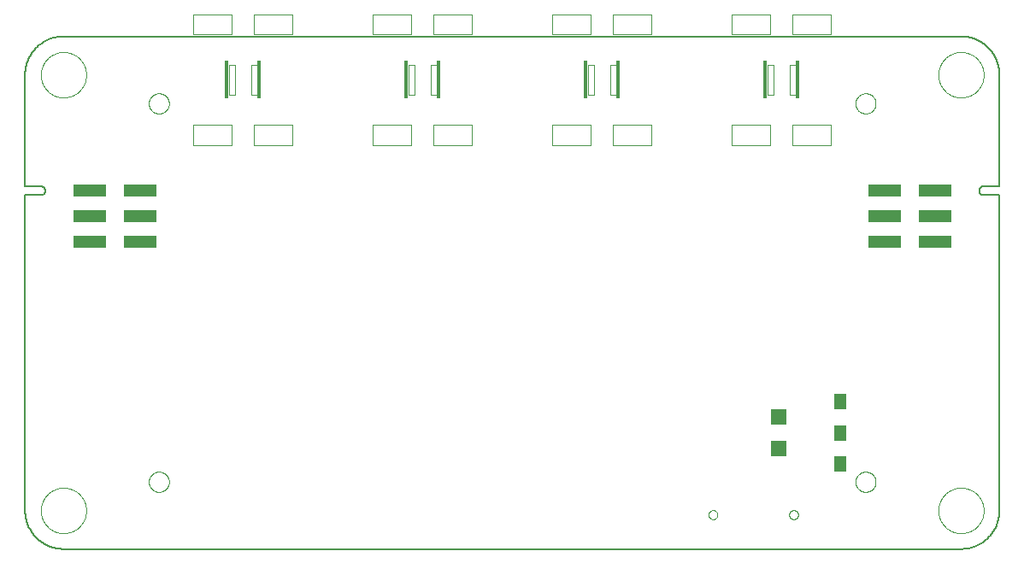
<source format=gbp>
G75*
%MOIN*%
%OFA0B0*%
%FSLAX25Y25*%
%IPPOS*%
%LPD*%
%AMOC8*
5,1,8,0,0,1.08239X$1,22.5*
%
%ADD10C,0.00500*%
%ADD11C,0.00000*%
%ADD12R,0.12598X0.05000*%
%ADD13C,0.00394*%
%ADD14R,0.01575X0.14961*%
%ADD15R,0.04724X0.05906*%
%ADD16R,0.05906X0.05906*%
D10*
X0177595Y0163933D02*
X0527595Y0163933D01*
X0527957Y0163937D01*
X0528320Y0163951D01*
X0528682Y0163972D01*
X0529043Y0164003D01*
X0529403Y0164042D01*
X0529762Y0164090D01*
X0530120Y0164147D01*
X0530477Y0164212D01*
X0530832Y0164286D01*
X0531185Y0164369D01*
X0531536Y0164460D01*
X0531884Y0164559D01*
X0532230Y0164667D01*
X0532574Y0164783D01*
X0532914Y0164908D01*
X0533251Y0165040D01*
X0533585Y0165181D01*
X0533916Y0165330D01*
X0534243Y0165487D01*
X0534566Y0165651D01*
X0534885Y0165823D01*
X0535199Y0166003D01*
X0535510Y0166191D01*
X0535815Y0166386D01*
X0536116Y0166588D01*
X0536412Y0166798D01*
X0536702Y0167014D01*
X0536988Y0167238D01*
X0537268Y0167468D01*
X0537542Y0167705D01*
X0537810Y0167949D01*
X0538073Y0168199D01*
X0538329Y0168455D01*
X0538579Y0168718D01*
X0538823Y0168986D01*
X0539060Y0169260D01*
X0539290Y0169540D01*
X0539514Y0169826D01*
X0539730Y0170116D01*
X0539940Y0170412D01*
X0540142Y0170713D01*
X0540337Y0171018D01*
X0540525Y0171329D01*
X0540705Y0171643D01*
X0540877Y0171962D01*
X0541041Y0172285D01*
X0541198Y0172612D01*
X0541347Y0172943D01*
X0541488Y0173277D01*
X0541620Y0173614D01*
X0541745Y0173954D01*
X0541861Y0174298D01*
X0541969Y0174644D01*
X0542068Y0174992D01*
X0542159Y0175343D01*
X0542242Y0175696D01*
X0542316Y0176051D01*
X0542381Y0176408D01*
X0542438Y0176766D01*
X0542486Y0177125D01*
X0542525Y0177485D01*
X0542556Y0177846D01*
X0542577Y0178208D01*
X0542591Y0178571D01*
X0542595Y0178933D01*
X0542595Y0302004D01*
X0536493Y0302004D01*
X0536411Y0302006D01*
X0536330Y0302012D01*
X0536248Y0302021D01*
X0536167Y0302034D01*
X0536087Y0302051D01*
X0536008Y0302072D01*
X0535930Y0302096D01*
X0535853Y0302124D01*
X0535777Y0302155D01*
X0535703Y0302190D01*
X0535631Y0302228D01*
X0535560Y0302269D01*
X0535492Y0302314D01*
X0535425Y0302362D01*
X0535361Y0302413D01*
X0535299Y0302466D01*
X0535240Y0302523D01*
X0535183Y0302582D01*
X0535130Y0302644D01*
X0535079Y0302708D01*
X0535031Y0302775D01*
X0534986Y0302843D01*
X0534945Y0302914D01*
X0534907Y0302986D01*
X0534872Y0303060D01*
X0534841Y0303136D01*
X0534813Y0303213D01*
X0534789Y0303291D01*
X0534768Y0303370D01*
X0534751Y0303450D01*
X0534738Y0303531D01*
X0534729Y0303613D01*
X0534723Y0303694D01*
X0534721Y0303776D01*
X0534723Y0303858D01*
X0534729Y0303939D01*
X0534738Y0304021D01*
X0534751Y0304102D01*
X0534768Y0304182D01*
X0534789Y0304261D01*
X0534813Y0304339D01*
X0534841Y0304416D01*
X0534872Y0304492D01*
X0534907Y0304566D01*
X0534945Y0304638D01*
X0534986Y0304709D01*
X0535031Y0304777D01*
X0535079Y0304844D01*
X0535130Y0304908D01*
X0535183Y0304970D01*
X0535240Y0305029D01*
X0535299Y0305086D01*
X0535361Y0305139D01*
X0535425Y0305190D01*
X0535492Y0305238D01*
X0535560Y0305283D01*
X0535631Y0305324D01*
X0535703Y0305362D01*
X0535777Y0305397D01*
X0535853Y0305428D01*
X0535930Y0305456D01*
X0536008Y0305480D01*
X0536087Y0305501D01*
X0536167Y0305518D01*
X0536248Y0305531D01*
X0536330Y0305540D01*
X0536411Y0305546D01*
X0536493Y0305548D01*
X0536493Y0305547D02*
X0542595Y0305547D01*
X0542595Y0348933D01*
X0542591Y0349295D01*
X0542577Y0349658D01*
X0542556Y0350020D01*
X0542525Y0350381D01*
X0542486Y0350741D01*
X0542438Y0351100D01*
X0542381Y0351458D01*
X0542316Y0351815D01*
X0542242Y0352170D01*
X0542159Y0352523D01*
X0542068Y0352874D01*
X0541969Y0353222D01*
X0541861Y0353568D01*
X0541745Y0353912D01*
X0541620Y0354252D01*
X0541488Y0354589D01*
X0541347Y0354923D01*
X0541198Y0355254D01*
X0541041Y0355581D01*
X0540877Y0355904D01*
X0540705Y0356223D01*
X0540525Y0356537D01*
X0540337Y0356848D01*
X0540142Y0357153D01*
X0539940Y0357454D01*
X0539730Y0357750D01*
X0539514Y0358040D01*
X0539290Y0358326D01*
X0539060Y0358606D01*
X0538823Y0358880D01*
X0538579Y0359148D01*
X0538329Y0359411D01*
X0538073Y0359667D01*
X0537810Y0359917D01*
X0537542Y0360161D01*
X0537268Y0360398D01*
X0536988Y0360628D01*
X0536702Y0360852D01*
X0536412Y0361068D01*
X0536116Y0361278D01*
X0535815Y0361480D01*
X0535510Y0361675D01*
X0535199Y0361863D01*
X0534885Y0362043D01*
X0534566Y0362215D01*
X0534243Y0362379D01*
X0533916Y0362536D01*
X0533585Y0362685D01*
X0533251Y0362826D01*
X0532914Y0362958D01*
X0532574Y0363083D01*
X0532230Y0363199D01*
X0531884Y0363307D01*
X0531536Y0363406D01*
X0531185Y0363497D01*
X0530832Y0363580D01*
X0530477Y0363654D01*
X0530120Y0363719D01*
X0529762Y0363776D01*
X0529403Y0363824D01*
X0529043Y0363863D01*
X0528682Y0363894D01*
X0528320Y0363915D01*
X0527957Y0363929D01*
X0527595Y0363933D01*
X0177595Y0363933D01*
X0177233Y0363929D01*
X0176870Y0363915D01*
X0176508Y0363894D01*
X0176147Y0363863D01*
X0175787Y0363824D01*
X0175428Y0363776D01*
X0175070Y0363719D01*
X0174713Y0363654D01*
X0174358Y0363580D01*
X0174005Y0363497D01*
X0173654Y0363406D01*
X0173306Y0363307D01*
X0172960Y0363199D01*
X0172616Y0363083D01*
X0172276Y0362958D01*
X0171939Y0362826D01*
X0171605Y0362685D01*
X0171274Y0362536D01*
X0170947Y0362379D01*
X0170624Y0362215D01*
X0170305Y0362043D01*
X0169991Y0361863D01*
X0169680Y0361675D01*
X0169375Y0361480D01*
X0169074Y0361278D01*
X0168778Y0361068D01*
X0168488Y0360852D01*
X0168202Y0360628D01*
X0167922Y0360398D01*
X0167648Y0360161D01*
X0167380Y0359917D01*
X0167117Y0359667D01*
X0166861Y0359411D01*
X0166611Y0359148D01*
X0166367Y0358880D01*
X0166130Y0358606D01*
X0165900Y0358326D01*
X0165676Y0358040D01*
X0165460Y0357750D01*
X0165250Y0357454D01*
X0165048Y0357153D01*
X0164853Y0356848D01*
X0164665Y0356537D01*
X0164485Y0356223D01*
X0164313Y0355904D01*
X0164149Y0355581D01*
X0163992Y0355254D01*
X0163843Y0354923D01*
X0163702Y0354589D01*
X0163570Y0354252D01*
X0163445Y0353912D01*
X0163329Y0353568D01*
X0163221Y0353222D01*
X0163122Y0352874D01*
X0163031Y0352523D01*
X0162948Y0352170D01*
X0162874Y0351815D01*
X0162809Y0351458D01*
X0162752Y0351100D01*
X0162704Y0350741D01*
X0162665Y0350381D01*
X0162634Y0350020D01*
X0162613Y0349658D01*
X0162599Y0349295D01*
X0162595Y0348933D01*
X0162595Y0305547D01*
X0168698Y0305547D01*
X0168698Y0305548D02*
X0168780Y0305546D01*
X0168861Y0305540D01*
X0168943Y0305531D01*
X0169024Y0305518D01*
X0169104Y0305501D01*
X0169183Y0305480D01*
X0169261Y0305456D01*
X0169338Y0305428D01*
X0169414Y0305397D01*
X0169488Y0305362D01*
X0169560Y0305324D01*
X0169631Y0305283D01*
X0169699Y0305238D01*
X0169766Y0305190D01*
X0169830Y0305139D01*
X0169892Y0305086D01*
X0169951Y0305029D01*
X0170008Y0304970D01*
X0170061Y0304908D01*
X0170112Y0304844D01*
X0170160Y0304777D01*
X0170205Y0304709D01*
X0170246Y0304638D01*
X0170284Y0304566D01*
X0170319Y0304492D01*
X0170350Y0304416D01*
X0170378Y0304339D01*
X0170402Y0304261D01*
X0170423Y0304182D01*
X0170440Y0304102D01*
X0170453Y0304021D01*
X0170462Y0303939D01*
X0170468Y0303858D01*
X0170470Y0303776D01*
X0170468Y0303694D01*
X0170462Y0303613D01*
X0170453Y0303531D01*
X0170440Y0303450D01*
X0170423Y0303370D01*
X0170402Y0303291D01*
X0170378Y0303213D01*
X0170350Y0303136D01*
X0170319Y0303060D01*
X0170284Y0302986D01*
X0170246Y0302914D01*
X0170205Y0302843D01*
X0170160Y0302775D01*
X0170112Y0302708D01*
X0170061Y0302644D01*
X0170008Y0302582D01*
X0169951Y0302523D01*
X0169892Y0302466D01*
X0169830Y0302413D01*
X0169766Y0302362D01*
X0169699Y0302314D01*
X0169631Y0302269D01*
X0169560Y0302228D01*
X0169488Y0302190D01*
X0169414Y0302155D01*
X0169338Y0302124D01*
X0169261Y0302096D01*
X0169183Y0302072D01*
X0169104Y0302051D01*
X0169024Y0302034D01*
X0168943Y0302021D01*
X0168861Y0302012D01*
X0168780Y0302006D01*
X0168698Y0302004D01*
X0162595Y0302004D01*
X0162595Y0178933D01*
X0162599Y0178571D01*
X0162613Y0178208D01*
X0162634Y0177846D01*
X0162665Y0177485D01*
X0162704Y0177125D01*
X0162752Y0176766D01*
X0162809Y0176408D01*
X0162874Y0176051D01*
X0162948Y0175696D01*
X0163031Y0175343D01*
X0163122Y0174992D01*
X0163221Y0174644D01*
X0163329Y0174298D01*
X0163445Y0173954D01*
X0163570Y0173614D01*
X0163702Y0173277D01*
X0163843Y0172943D01*
X0163992Y0172612D01*
X0164149Y0172285D01*
X0164313Y0171962D01*
X0164485Y0171643D01*
X0164665Y0171329D01*
X0164853Y0171018D01*
X0165048Y0170713D01*
X0165250Y0170412D01*
X0165460Y0170116D01*
X0165676Y0169826D01*
X0165900Y0169540D01*
X0166130Y0169260D01*
X0166367Y0168986D01*
X0166611Y0168718D01*
X0166861Y0168455D01*
X0167117Y0168199D01*
X0167380Y0167949D01*
X0167648Y0167705D01*
X0167922Y0167468D01*
X0168202Y0167238D01*
X0168488Y0167014D01*
X0168778Y0166798D01*
X0169074Y0166588D01*
X0169375Y0166386D01*
X0169680Y0166191D01*
X0169991Y0166003D01*
X0170305Y0165823D01*
X0170624Y0165651D01*
X0170947Y0165487D01*
X0171274Y0165330D01*
X0171605Y0165181D01*
X0171939Y0165040D01*
X0172276Y0164908D01*
X0172616Y0164783D01*
X0172960Y0164667D01*
X0173306Y0164559D01*
X0173654Y0164460D01*
X0174005Y0164369D01*
X0174358Y0164286D01*
X0174713Y0164212D01*
X0175070Y0164147D01*
X0175428Y0164090D01*
X0175787Y0164042D01*
X0176147Y0164003D01*
X0176508Y0163972D01*
X0176870Y0163951D01*
X0177233Y0163937D01*
X0177595Y0163933D01*
D11*
X0168737Y0178933D02*
X0168740Y0179150D01*
X0168748Y0179368D01*
X0168761Y0179585D01*
X0168780Y0179801D01*
X0168804Y0180017D01*
X0168833Y0180233D01*
X0168867Y0180447D01*
X0168907Y0180661D01*
X0168952Y0180874D01*
X0169002Y0181085D01*
X0169058Y0181296D01*
X0169118Y0181504D01*
X0169184Y0181712D01*
X0169255Y0181917D01*
X0169331Y0182121D01*
X0169411Y0182323D01*
X0169497Y0182523D01*
X0169587Y0182720D01*
X0169683Y0182916D01*
X0169783Y0183109D01*
X0169888Y0183299D01*
X0169997Y0183487D01*
X0170111Y0183672D01*
X0170230Y0183854D01*
X0170353Y0184034D01*
X0170480Y0184210D01*
X0170612Y0184383D01*
X0170748Y0184552D01*
X0170888Y0184719D01*
X0171032Y0184882D01*
X0171180Y0185041D01*
X0171331Y0185197D01*
X0171487Y0185348D01*
X0171646Y0185496D01*
X0171809Y0185640D01*
X0171976Y0185780D01*
X0172145Y0185916D01*
X0172318Y0186048D01*
X0172494Y0186175D01*
X0172674Y0186298D01*
X0172856Y0186417D01*
X0173041Y0186531D01*
X0173229Y0186640D01*
X0173419Y0186745D01*
X0173612Y0186845D01*
X0173808Y0186941D01*
X0174005Y0187031D01*
X0174205Y0187117D01*
X0174407Y0187197D01*
X0174611Y0187273D01*
X0174816Y0187344D01*
X0175024Y0187410D01*
X0175232Y0187470D01*
X0175443Y0187526D01*
X0175654Y0187576D01*
X0175867Y0187621D01*
X0176081Y0187661D01*
X0176295Y0187695D01*
X0176511Y0187724D01*
X0176727Y0187748D01*
X0176943Y0187767D01*
X0177160Y0187780D01*
X0177378Y0187788D01*
X0177595Y0187791D01*
X0177812Y0187788D01*
X0178030Y0187780D01*
X0178247Y0187767D01*
X0178463Y0187748D01*
X0178679Y0187724D01*
X0178895Y0187695D01*
X0179109Y0187661D01*
X0179323Y0187621D01*
X0179536Y0187576D01*
X0179747Y0187526D01*
X0179958Y0187470D01*
X0180166Y0187410D01*
X0180374Y0187344D01*
X0180579Y0187273D01*
X0180783Y0187197D01*
X0180985Y0187117D01*
X0181185Y0187031D01*
X0181382Y0186941D01*
X0181578Y0186845D01*
X0181771Y0186745D01*
X0181961Y0186640D01*
X0182149Y0186531D01*
X0182334Y0186417D01*
X0182516Y0186298D01*
X0182696Y0186175D01*
X0182872Y0186048D01*
X0183045Y0185916D01*
X0183214Y0185780D01*
X0183381Y0185640D01*
X0183544Y0185496D01*
X0183703Y0185348D01*
X0183859Y0185197D01*
X0184010Y0185041D01*
X0184158Y0184882D01*
X0184302Y0184719D01*
X0184442Y0184552D01*
X0184578Y0184383D01*
X0184710Y0184210D01*
X0184837Y0184034D01*
X0184960Y0183854D01*
X0185079Y0183672D01*
X0185193Y0183487D01*
X0185302Y0183299D01*
X0185407Y0183109D01*
X0185507Y0182916D01*
X0185603Y0182720D01*
X0185693Y0182523D01*
X0185779Y0182323D01*
X0185859Y0182121D01*
X0185935Y0181917D01*
X0186006Y0181712D01*
X0186072Y0181504D01*
X0186132Y0181296D01*
X0186188Y0181085D01*
X0186238Y0180874D01*
X0186283Y0180661D01*
X0186323Y0180447D01*
X0186357Y0180233D01*
X0186386Y0180017D01*
X0186410Y0179801D01*
X0186429Y0179585D01*
X0186442Y0179368D01*
X0186450Y0179150D01*
X0186453Y0178933D01*
X0186450Y0178716D01*
X0186442Y0178498D01*
X0186429Y0178281D01*
X0186410Y0178065D01*
X0186386Y0177849D01*
X0186357Y0177633D01*
X0186323Y0177419D01*
X0186283Y0177205D01*
X0186238Y0176992D01*
X0186188Y0176781D01*
X0186132Y0176570D01*
X0186072Y0176362D01*
X0186006Y0176154D01*
X0185935Y0175949D01*
X0185859Y0175745D01*
X0185779Y0175543D01*
X0185693Y0175343D01*
X0185603Y0175146D01*
X0185507Y0174950D01*
X0185407Y0174757D01*
X0185302Y0174567D01*
X0185193Y0174379D01*
X0185079Y0174194D01*
X0184960Y0174012D01*
X0184837Y0173832D01*
X0184710Y0173656D01*
X0184578Y0173483D01*
X0184442Y0173314D01*
X0184302Y0173147D01*
X0184158Y0172984D01*
X0184010Y0172825D01*
X0183859Y0172669D01*
X0183703Y0172518D01*
X0183544Y0172370D01*
X0183381Y0172226D01*
X0183214Y0172086D01*
X0183045Y0171950D01*
X0182872Y0171818D01*
X0182696Y0171691D01*
X0182516Y0171568D01*
X0182334Y0171449D01*
X0182149Y0171335D01*
X0181961Y0171226D01*
X0181771Y0171121D01*
X0181578Y0171021D01*
X0181382Y0170925D01*
X0181185Y0170835D01*
X0180985Y0170749D01*
X0180783Y0170669D01*
X0180579Y0170593D01*
X0180374Y0170522D01*
X0180166Y0170456D01*
X0179958Y0170396D01*
X0179747Y0170340D01*
X0179536Y0170290D01*
X0179323Y0170245D01*
X0179109Y0170205D01*
X0178895Y0170171D01*
X0178679Y0170142D01*
X0178463Y0170118D01*
X0178247Y0170099D01*
X0178030Y0170086D01*
X0177812Y0170078D01*
X0177595Y0170075D01*
X0177378Y0170078D01*
X0177160Y0170086D01*
X0176943Y0170099D01*
X0176727Y0170118D01*
X0176511Y0170142D01*
X0176295Y0170171D01*
X0176081Y0170205D01*
X0175867Y0170245D01*
X0175654Y0170290D01*
X0175443Y0170340D01*
X0175232Y0170396D01*
X0175024Y0170456D01*
X0174816Y0170522D01*
X0174611Y0170593D01*
X0174407Y0170669D01*
X0174205Y0170749D01*
X0174005Y0170835D01*
X0173808Y0170925D01*
X0173612Y0171021D01*
X0173419Y0171121D01*
X0173229Y0171226D01*
X0173041Y0171335D01*
X0172856Y0171449D01*
X0172674Y0171568D01*
X0172494Y0171691D01*
X0172318Y0171818D01*
X0172145Y0171950D01*
X0171976Y0172086D01*
X0171809Y0172226D01*
X0171646Y0172370D01*
X0171487Y0172518D01*
X0171331Y0172669D01*
X0171180Y0172825D01*
X0171032Y0172984D01*
X0170888Y0173147D01*
X0170748Y0173314D01*
X0170612Y0173483D01*
X0170480Y0173656D01*
X0170353Y0173832D01*
X0170230Y0174012D01*
X0170111Y0174194D01*
X0169997Y0174379D01*
X0169888Y0174567D01*
X0169783Y0174757D01*
X0169683Y0174950D01*
X0169587Y0175146D01*
X0169497Y0175343D01*
X0169411Y0175543D01*
X0169331Y0175745D01*
X0169255Y0175949D01*
X0169184Y0176154D01*
X0169118Y0176362D01*
X0169058Y0176570D01*
X0169002Y0176781D01*
X0168952Y0176992D01*
X0168907Y0177205D01*
X0168867Y0177419D01*
X0168833Y0177633D01*
X0168804Y0177849D01*
X0168780Y0178065D01*
X0168761Y0178281D01*
X0168748Y0178498D01*
X0168740Y0178716D01*
X0168737Y0178933D01*
X0210863Y0190114D02*
X0210865Y0190239D01*
X0210871Y0190364D01*
X0210881Y0190488D01*
X0210895Y0190612D01*
X0210912Y0190736D01*
X0210934Y0190859D01*
X0210960Y0190981D01*
X0210989Y0191103D01*
X0211022Y0191223D01*
X0211060Y0191342D01*
X0211100Y0191461D01*
X0211145Y0191577D01*
X0211193Y0191692D01*
X0211245Y0191806D01*
X0211301Y0191918D01*
X0211360Y0192028D01*
X0211422Y0192136D01*
X0211488Y0192243D01*
X0211557Y0192347D01*
X0211630Y0192448D01*
X0211705Y0192548D01*
X0211784Y0192645D01*
X0211866Y0192739D01*
X0211951Y0192831D01*
X0212038Y0192920D01*
X0212129Y0193006D01*
X0212222Y0193089D01*
X0212318Y0193170D01*
X0212416Y0193247D01*
X0212516Y0193321D01*
X0212619Y0193392D01*
X0212724Y0193459D01*
X0212832Y0193524D01*
X0212941Y0193584D01*
X0213052Y0193642D01*
X0213165Y0193695D01*
X0213279Y0193745D01*
X0213395Y0193792D01*
X0213512Y0193834D01*
X0213631Y0193873D01*
X0213751Y0193909D01*
X0213872Y0193940D01*
X0213994Y0193968D01*
X0214116Y0193991D01*
X0214240Y0194011D01*
X0214364Y0194027D01*
X0214488Y0194039D01*
X0214613Y0194047D01*
X0214738Y0194051D01*
X0214862Y0194051D01*
X0214987Y0194047D01*
X0215112Y0194039D01*
X0215236Y0194027D01*
X0215360Y0194011D01*
X0215484Y0193991D01*
X0215606Y0193968D01*
X0215728Y0193940D01*
X0215849Y0193909D01*
X0215969Y0193873D01*
X0216088Y0193834D01*
X0216205Y0193792D01*
X0216321Y0193745D01*
X0216435Y0193695D01*
X0216548Y0193642D01*
X0216659Y0193584D01*
X0216769Y0193524D01*
X0216876Y0193459D01*
X0216981Y0193392D01*
X0217084Y0193321D01*
X0217184Y0193247D01*
X0217282Y0193170D01*
X0217378Y0193089D01*
X0217471Y0193006D01*
X0217562Y0192920D01*
X0217649Y0192831D01*
X0217734Y0192739D01*
X0217816Y0192645D01*
X0217895Y0192548D01*
X0217970Y0192448D01*
X0218043Y0192347D01*
X0218112Y0192243D01*
X0218178Y0192136D01*
X0218240Y0192028D01*
X0218299Y0191918D01*
X0218355Y0191806D01*
X0218407Y0191692D01*
X0218455Y0191577D01*
X0218500Y0191461D01*
X0218540Y0191342D01*
X0218578Y0191223D01*
X0218611Y0191103D01*
X0218640Y0190981D01*
X0218666Y0190859D01*
X0218688Y0190736D01*
X0218705Y0190612D01*
X0218719Y0190488D01*
X0218729Y0190364D01*
X0218735Y0190239D01*
X0218737Y0190114D01*
X0218735Y0189989D01*
X0218729Y0189864D01*
X0218719Y0189740D01*
X0218705Y0189616D01*
X0218688Y0189492D01*
X0218666Y0189369D01*
X0218640Y0189247D01*
X0218611Y0189125D01*
X0218578Y0189005D01*
X0218540Y0188886D01*
X0218500Y0188767D01*
X0218455Y0188651D01*
X0218407Y0188536D01*
X0218355Y0188422D01*
X0218299Y0188310D01*
X0218240Y0188200D01*
X0218178Y0188092D01*
X0218112Y0187985D01*
X0218043Y0187881D01*
X0217970Y0187780D01*
X0217895Y0187680D01*
X0217816Y0187583D01*
X0217734Y0187489D01*
X0217649Y0187397D01*
X0217562Y0187308D01*
X0217471Y0187222D01*
X0217378Y0187139D01*
X0217282Y0187058D01*
X0217184Y0186981D01*
X0217084Y0186907D01*
X0216981Y0186836D01*
X0216876Y0186769D01*
X0216768Y0186704D01*
X0216659Y0186644D01*
X0216548Y0186586D01*
X0216435Y0186533D01*
X0216321Y0186483D01*
X0216205Y0186436D01*
X0216088Y0186394D01*
X0215969Y0186355D01*
X0215849Y0186319D01*
X0215728Y0186288D01*
X0215606Y0186260D01*
X0215484Y0186237D01*
X0215360Y0186217D01*
X0215236Y0186201D01*
X0215112Y0186189D01*
X0214987Y0186181D01*
X0214862Y0186177D01*
X0214738Y0186177D01*
X0214613Y0186181D01*
X0214488Y0186189D01*
X0214364Y0186201D01*
X0214240Y0186217D01*
X0214116Y0186237D01*
X0213994Y0186260D01*
X0213872Y0186288D01*
X0213751Y0186319D01*
X0213631Y0186355D01*
X0213512Y0186394D01*
X0213395Y0186436D01*
X0213279Y0186483D01*
X0213165Y0186533D01*
X0213052Y0186586D01*
X0212941Y0186644D01*
X0212831Y0186704D01*
X0212724Y0186769D01*
X0212619Y0186836D01*
X0212516Y0186907D01*
X0212416Y0186981D01*
X0212318Y0187058D01*
X0212222Y0187139D01*
X0212129Y0187222D01*
X0212038Y0187308D01*
X0211951Y0187397D01*
X0211866Y0187489D01*
X0211784Y0187583D01*
X0211705Y0187680D01*
X0211630Y0187780D01*
X0211557Y0187881D01*
X0211488Y0187985D01*
X0211422Y0188092D01*
X0211360Y0188200D01*
X0211301Y0188310D01*
X0211245Y0188422D01*
X0211193Y0188536D01*
X0211145Y0188651D01*
X0211100Y0188767D01*
X0211060Y0188886D01*
X0211022Y0189005D01*
X0210989Y0189125D01*
X0210960Y0189247D01*
X0210934Y0189369D01*
X0210912Y0189492D01*
X0210895Y0189616D01*
X0210881Y0189740D01*
X0210871Y0189864D01*
X0210865Y0189989D01*
X0210863Y0190114D01*
X0210863Y0337752D02*
X0210865Y0337877D01*
X0210871Y0338002D01*
X0210881Y0338126D01*
X0210895Y0338250D01*
X0210912Y0338374D01*
X0210934Y0338497D01*
X0210960Y0338619D01*
X0210989Y0338741D01*
X0211022Y0338861D01*
X0211060Y0338980D01*
X0211100Y0339099D01*
X0211145Y0339215D01*
X0211193Y0339330D01*
X0211245Y0339444D01*
X0211301Y0339556D01*
X0211360Y0339666D01*
X0211422Y0339774D01*
X0211488Y0339881D01*
X0211557Y0339985D01*
X0211630Y0340086D01*
X0211705Y0340186D01*
X0211784Y0340283D01*
X0211866Y0340377D01*
X0211951Y0340469D01*
X0212038Y0340558D01*
X0212129Y0340644D01*
X0212222Y0340727D01*
X0212318Y0340808D01*
X0212416Y0340885D01*
X0212516Y0340959D01*
X0212619Y0341030D01*
X0212724Y0341097D01*
X0212832Y0341162D01*
X0212941Y0341222D01*
X0213052Y0341280D01*
X0213165Y0341333D01*
X0213279Y0341383D01*
X0213395Y0341430D01*
X0213512Y0341472D01*
X0213631Y0341511D01*
X0213751Y0341547D01*
X0213872Y0341578D01*
X0213994Y0341606D01*
X0214116Y0341629D01*
X0214240Y0341649D01*
X0214364Y0341665D01*
X0214488Y0341677D01*
X0214613Y0341685D01*
X0214738Y0341689D01*
X0214862Y0341689D01*
X0214987Y0341685D01*
X0215112Y0341677D01*
X0215236Y0341665D01*
X0215360Y0341649D01*
X0215484Y0341629D01*
X0215606Y0341606D01*
X0215728Y0341578D01*
X0215849Y0341547D01*
X0215969Y0341511D01*
X0216088Y0341472D01*
X0216205Y0341430D01*
X0216321Y0341383D01*
X0216435Y0341333D01*
X0216548Y0341280D01*
X0216659Y0341222D01*
X0216769Y0341162D01*
X0216876Y0341097D01*
X0216981Y0341030D01*
X0217084Y0340959D01*
X0217184Y0340885D01*
X0217282Y0340808D01*
X0217378Y0340727D01*
X0217471Y0340644D01*
X0217562Y0340558D01*
X0217649Y0340469D01*
X0217734Y0340377D01*
X0217816Y0340283D01*
X0217895Y0340186D01*
X0217970Y0340086D01*
X0218043Y0339985D01*
X0218112Y0339881D01*
X0218178Y0339774D01*
X0218240Y0339666D01*
X0218299Y0339556D01*
X0218355Y0339444D01*
X0218407Y0339330D01*
X0218455Y0339215D01*
X0218500Y0339099D01*
X0218540Y0338980D01*
X0218578Y0338861D01*
X0218611Y0338741D01*
X0218640Y0338619D01*
X0218666Y0338497D01*
X0218688Y0338374D01*
X0218705Y0338250D01*
X0218719Y0338126D01*
X0218729Y0338002D01*
X0218735Y0337877D01*
X0218737Y0337752D01*
X0218735Y0337627D01*
X0218729Y0337502D01*
X0218719Y0337378D01*
X0218705Y0337254D01*
X0218688Y0337130D01*
X0218666Y0337007D01*
X0218640Y0336885D01*
X0218611Y0336763D01*
X0218578Y0336643D01*
X0218540Y0336524D01*
X0218500Y0336405D01*
X0218455Y0336289D01*
X0218407Y0336174D01*
X0218355Y0336060D01*
X0218299Y0335948D01*
X0218240Y0335838D01*
X0218178Y0335730D01*
X0218112Y0335623D01*
X0218043Y0335519D01*
X0217970Y0335418D01*
X0217895Y0335318D01*
X0217816Y0335221D01*
X0217734Y0335127D01*
X0217649Y0335035D01*
X0217562Y0334946D01*
X0217471Y0334860D01*
X0217378Y0334777D01*
X0217282Y0334696D01*
X0217184Y0334619D01*
X0217084Y0334545D01*
X0216981Y0334474D01*
X0216876Y0334407D01*
X0216768Y0334342D01*
X0216659Y0334282D01*
X0216548Y0334224D01*
X0216435Y0334171D01*
X0216321Y0334121D01*
X0216205Y0334074D01*
X0216088Y0334032D01*
X0215969Y0333993D01*
X0215849Y0333957D01*
X0215728Y0333926D01*
X0215606Y0333898D01*
X0215484Y0333875D01*
X0215360Y0333855D01*
X0215236Y0333839D01*
X0215112Y0333827D01*
X0214987Y0333819D01*
X0214862Y0333815D01*
X0214738Y0333815D01*
X0214613Y0333819D01*
X0214488Y0333827D01*
X0214364Y0333839D01*
X0214240Y0333855D01*
X0214116Y0333875D01*
X0213994Y0333898D01*
X0213872Y0333926D01*
X0213751Y0333957D01*
X0213631Y0333993D01*
X0213512Y0334032D01*
X0213395Y0334074D01*
X0213279Y0334121D01*
X0213165Y0334171D01*
X0213052Y0334224D01*
X0212941Y0334282D01*
X0212831Y0334342D01*
X0212724Y0334407D01*
X0212619Y0334474D01*
X0212516Y0334545D01*
X0212416Y0334619D01*
X0212318Y0334696D01*
X0212222Y0334777D01*
X0212129Y0334860D01*
X0212038Y0334946D01*
X0211951Y0335035D01*
X0211866Y0335127D01*
X0211784Y0335221D01*
X0211705Y0335318D01*
X0211630Y0335418D01*
X0211557Y0335519D01*
X0211488Y0335623D01*
X0211422Y0335730D01*
X0211360Y0335838D01*
X0211301Y0335948D01*
X0211245Y0336060D01*
X0211193Y0336174D01*
X0211145Y0336289D01*
X0211100Y0336405D01*
X0211060Y0336524D01*
X0211022Y0336643D01*
X0210989Y0336763D01*
X0210960Y0336885D01*
X0210934Y0337007D01*
X0210912Y0337130D01*
X0210895Y0337254D01*
X0210881Y0337378D01*
X0210871Y0337502D01*
X0210865Y0337627D01*
X0210863Y0337752D01*
X0168737Y0348933D02*
X0168740Y0349150D01*
X0168748Y0349368D01*
X0168761Y0349585D01*
X0168780Y0349801D01*
X0168804Y0350017D01*
X0168833Y0350233D01*
X0168867Y0350447D01*
X0168907Y0350661D01*
X0168952Y0350874D01*
X0169002Y0351085D01*
X0169058Y0351296D01*
X0169118Y0351504D01*
X0169184Y0351712D01*
X0169255Y0351917D01*
X0169331Y0352121D01*
X0169411Y0352323D01*
X0169497Y0352523D01*
X0169587Y0352720D01*
X0169683Y0352916D01*
X0169783Y0353109D01*
X0169888Y0353299D01*
X0169997Y0353487D01*
X0170111Y0353672D01*
X0170230Y0353854D01*
X0170353Y0354034D01*
X0170480Y0354210D01*
X0170612Y0354383D01*
X0170748Y0354552D01*
X0170888Y0354719D01*
X0171032Y0354882D01*
X0171180Y0355041D01*
X0171331Y0355197D01*
X0171487Y0355348D01*
X0171646Y0355496D01*
X0171809Y0355640D01*
X0171976Y0355780D01*
X0172145Y0355916D01*
X0172318Y0356048D01*
X0172494Y0356175D01*
X0172674Y0356298D01*
X0172856Y0356417D01*
X0173041Y0356531D01*
X0173229Y0356640D01*
X0173419Y0356745D01*
X0173612Y0356845D01*
X0173808Y0356941D01*
X0174005Y0357031D01*
X0174205Y0357117D01*
X0174407Y0357197D01*
X0174611Y0357273D01*
X0174816Y0357344D01*
X0175024Y0357410D01*
X0175232Y0357470D01*
X0175443Y0357526D01*
X0175654Y0357576D01*
X0175867Y0357621D01*
X0176081Y0357661D01*
X0176295Y0357695D01*
X0176511Y0357724D01*
X0176727Y0357748D01*
X0176943Y0357767D01*
X0177160Y0357780D01*
X0177378Y0357788D01*
X0177595Y0357791D01*
X0177812Y0357788D01*
X0178030Y0357780D01*
X0178247Y0357767D01*
X0178463Y0357748D01*
X0178679Y0357724D01*
X0178895Y0357695D01*
X0179109Y0357661D01*
X0179323Y0357621D01*
X0179536Y0357576D01*
X0179747Y0357526D01*
X0179958Y0357470D01*
X0180166Y0357410D01*
X0180374Y0357344D01*
X0180579Y0357273D01*
X0180783Y0357197D01*
X0180985Y0357117D01*
X0181185Y0357031D01*
X0181382Y0356941D01*
X0181578Y0356845D01*
X0181771Y0356745D01*
X0181961Y0356640D01*
X0182149Y0356531D01*
X0182334Y0356417D01*
X0182516Y0356298D01*
X0182696Y0356175D01*
X0182872Y0356048D01*
X0183045Y0355916D01*
X0183214Y0355780D01*
X0183381Y0355640D01*
X0183544Y0355496D01*
X0183703Y0355348D01*
X0183859Y0355197D01*
X0184010Y0355041D01*
X0184158Y0354882D01*
X0184302Y0354719D01*
X0184442Y0354552D01*
X0184578Y0354383D01*
X0184710Y0354210D01*
X0184837Y0354034D01*
X0184960Y0353854D01*
X0185079Y0353672D01*
X0185193Y0353487D01*
X0185302Y0353299D01*
X0185407Y0353109D01*
X0185507Y0352916D01*
X0185603Y0352720D01*
X0185693Y0352523D01*
X0185779Y0352323D01*
X0185859Y0352121D01*
X0185935Y0351917D01*
X0186006Y0351712D01*
X0186072Y0351504D01*
X0186132Y0351296D01*
X0186188Y0351085D01*
X0186238Y0350874D01*
X0186283Y0350661D01*
X0186323Y0350447D01*
X0186357Y0350233D01*
X0186386Y0350017D01*
X0186410Y0349801D01*
X0186429Y0349585D01*
X0186442Y0349368D01*
X0186450Y0349150D01*
X0186453Y0348933D01*
X0186450Y0348716D01*
X0186442Y0348498D01*
X0186429Y0348281D01*
X0186410Y0348065D01*
X0186386Y0347849D01*
X0186357Y0347633D01*
X0186323Y0347419D01*
X0186283Y0347205D01*
X0186238Y0346992D01*
X0186188Y0346781D01*
X0186132Y0346570D01*
X0186072Y0346362D01*
X0186006Y0346154D01*
X0185935Y0345949D01*
X0185859Y0345745D01*
X0185779Y0345543D01*
X0185693Y0345343D01*
X0185603Y0345146D01*
X0185507Y0344950D01*
X0185407Y0344757D01*
X0185302Y0344567D01*
X0185193Y0344379D01*
X0185079Y0344194D01*
X0184960Y0344012D01*
X0184837Y0343832D01*
X0184710Y0343656D01*
X0184578Y0343483D01*
X0184442Y0343314D01*
X0184302Y0343147D01*
X0184158Y0342984D01*
X0184010Y0342825D01*
X0183859Y0342669D01*
X0183703Y0342518D01*
X0183544Y0342370D01*
X0183381Y0342226D01*
X0183214Y0342086D01*
X0183045Y0341950D01*
X0182872Y0341818D01*
X0182696Y0341691D01*
X0182516Y0341568D01*
X0182334Y0341449D01*
X0182149Y0341335D01*
X0181961Y0341226D01*
X0181771Y0341121D01*
X0181578Y0341021D01*
X0181382Y0340925D01*
X0181185Y0340835D01*
X0180985Y0340749D01*
X0180783Y0340669D01*
X0180579Y0340593D01*
X0180374Y0340522D01*
X0180166Y0340456D01*
X0179958Y0340396D01*
X0179747Y0340340D01*
X0179536Y0340290D01*
X0179323Y0340245D01*
X0179109Y0340205D01*
X0178895Y0340171D01*
X0178679Y0340142D01*
X0178463Y0340118D01*
X0178247Y0340099D01*
X0178030Y0340086D01*
X0177812Y0340078D01*
X0177595Y0340075D01*
X0177378Y0340078D01*
X0177160Y0340086D01*
X0176943Y0340099D01*
X0176727Y0340118D01*
X0176511Y0340142D01*
X0176295Y0340171D01*
X0176081Y0340205D01*
X0175867Y0340245D01*
X0175654Y0340290D01*
X0175443Y0340340D01*
X0175232Y0340396D01*
X0175024Y0340456D01*
X0174816Y0340522D01*
X0174611Y0340593D01*
X0174407Y0340669D01*
X0174205Y0340749D01*
X0174005Y0340835D01*
X0173808Y0340925D01*
X0173612Y0341021D01*
X0173419Y0341121D01*
X0173229Y0341226D01*
X0173041Y0341335D01*
X0172856Y0341449D01*
X0172674Y0341568D01*
X0172494Y0341691D01*
X0172318Y0341818D01*
X0172145Y0341950D01*
X0171976Y0342086D01*
X0171809Y0342226D01*
X0171646Y0342370D01*
X0171487Y0342518D01*
X0171331Y0342669D01*
X0171180Y0342825D01*
X0171032Y0342984D01*
X0170888Y0343147D01*
X0170748Y0343314D01*
X0170612Y0343483D01*
X0170480Y0343656D01*
X0170353Y0343832D01*
X0170230Y0344012D01*
X0170111Y0344194D01*
X0169997Y0344379D01*
X0169888Y0344567D01*
X0169783Y0344757D01*
X0169683Y0344950D01*
X0169587Y0345146D01*
X0169497Y0345343D01*
X0169411Y0345543D01*
X0169331Y0345745D01*
X0169255Y0345949D01*
X0169184Y0346154D01*
X0169118Y0346362D01*
X0169058Y0346570D01*
X0169002Y0346781D01*
X0168952Y0346992D01*
X0168907Y0347205D01*
X0168867Y0347419D01*
X0168833Y0347633D01*
X0168804Y0347849D01*
X0168780Y0348065D01*
X0168761Y0348281D01*
X0168748Y0348498D01*
X0168740Y0348716D01*
X0168737Y0348933D01*
X0429109Y0177291D02*
X0429111Y0177374D01*
X0429117Y0177457D01*
X0429127Y0177540D01*
X0429141Y0177622D01*
X0429158Y0177704D01*
X0429180Y0177784D01*
X0429205Y0177863D01*
X0429234Y0177941D01*
X0429267Y0178018D01*
X0429304Y0178093D01*
X0429343Y0178166D01*
X0429387Y0178237D01*
X0429433Y0178306D01*
X0429483Y0178373D01*
X0429536Y0178437D01*
X0429592Y0178499D01*
X0429651Y0178558D01*
X0429713Y0178614D01*
X0429777Y0178667D01*
X0429844Y0178717D01*
X0429913Y0178763D01*
X0429984Y0178807D01*
X0430057Y0178846D01*
X0430132Y0178883D01*
X0430209Y0178916D01*
X0430287Y0178945D01*
X0430366Y0178970D01*
X0430446Y0178992D01*
X0430528Y0179009D01*
X0430610Y0179023D01*
X0430693Y0179033D01*
X0430776Y0179039D01*
X0430859Y0179041D01*
X0430942Y0179039D01*
X0431025Y0179033D01*
X0431108Y0179023D01*
X0431190Y0179009D01*
X0431272Y0178992D01*
X0431352Y0178970D01*
X0431431Y0178945D01*
X0431509Y0178916D01*
X0431586Y0178883D01*
X0431661Y0178846D01*
X0431734Y0178807D01*
X0431805Y0178763D01*
X0431874Y0178717D01*
X0431941Y0178667D01*
X0432005Y0178614D01*
X0432067Y0178558D01*
X0432126Y0178499D01*
X0432182Y0178437D01*
X0432235Y0178373D01*
X0432285Y0178306D01*
X0432331Y0178237D01*
X0432375Y0178166D01*
X0432414Y0178093D01*
X0432451Y0178018D01*
X0432484Y0177941D01*
X0432513Y0177863D01*
X0432538Y0177784D01*
X0432560Y0177704D01*
X0432577Y0177622D01*
X0432591Y0177540D01*
X0432601Y0177457D01*
X0432607Y0177374D01*
X0432609Y0177291D01*
X0432607Y0177208D01*
X0432601Y0177125D01*
X0432591Y0177042D01*
X0432577Y0176960D01*
X0432560Y0176878D01*
X0432538Y0176798D01*
X0432513Y0176719D01*
X0432484Y0176641D01*
X0432451Y0176564D01*
X0432414Y0176489D01*
X0432375Y0176416D01*
X0432331Y0176345D01*
X0432285Y0176276D01*
X0432235Y0176209D01*
X0432182Y0176145D01*
X0432126Y0176083D01*
X0432067Y0176024D01*
X0432005Y0175968D01*
X0431941Y0175915D01*
X0431874Y0175865D01*
X0431805Y0175819D01*
X0431734Y0175775D01*
X0431661Y0175736D01*
X0431586Y0175699D01*
X0431509Y0175666D01*
X0431431Y0175637D01*
X0431352Y0175612D01*
X0431272Y0175590D01*
X0431190Y0175573D01*
X0431108Y0175559D01*
X0431025Y0175549D01*
X0430942Y0175543D01*
X0430859Y0175541D01*
X0430776Y0175543D01*
X0430693Y0175549D01*
X0430610Y0175559D01*
X0430528Y0175573D01*
X0430446Y0175590D01*
X0430366Y0175612D01*
X0430287Y0175637D01*
X0430209Y0175666D01*
X0430132Y0175699D01*
X0430057Y0175736D01*
X0429984Y0175775D01*
X0429913Y0175819D01*
X0429844Y0175865D01*
X0429777Y0175915D01*
X0429713Y0175968D01*
X0429651Y0176024D01*
X0429592Y0176083D01*
X0429536Y0176145D01*
X0429483Y0176209D01*
X0429433Y0176276D01*
X0429387Y0176345D01*
X0429343Y0176416D01*
X0429304Y0176489D01*
X0429267Y0176564D01*
X0429234Y0176641D01*
X0429205Y0176719D01*
X0429180Y0176798D01*
X0429158Y0176878D01*
X0429141Y0176960D01*
X0429127Y0177042D01*
X0429117Y0177125D01*
X0429111Y0177208D01*
X0429109Y0177291D01*
X0460605Y0177291D02*
X0460607Y0177374D01*
X0460613Y0177457D01*
X0460623Y0177540D01*
X0460637Y0177622D01*
X0460654Y0177704D01*
X0460676Y0177784D01*
X0460701Y0177863D01*
X0460730Y0177941D01*
X0460763Y0178018D01*
X0460800Y0178093D01*
X0460839Y0178166D01*
X0460883Y0178237D01*
X0460929Y0178306D01*
X0460979Y0178373D01*
X0461032Y0178437D01*
X0461088Y0178499D01*
X0461147Y0178558D01*
X0461209Y0178614D01*
X0461273Y0178667D01*
X0461340Y0178717D01*
X0461409Y0178763D01*
X0461480Y0178807D01*
X0461553Y0178846D01*
X0461628Y0178883D01*
X0461705Y0178916D01*
X0461783Y0178945D01*
X0461862Y0178970D01*
X0461942Y0178992D01*
X0462024Y0179009D01*
X0462106Y0179023D01*
X0462189Y0179033D01*
X0462272Y0179039D01*
X0462355Y0179041D01*
X0462438Y0179039D01*
X0462521Y0179033D01*
X0462604Y0179023D01*
X0462686Y0179009D01*
X0462768Y0178992D01*
X0462848Y0178970D01*
X0462927Y0178945D01*
X0463005Y0178916D01*
X0463082Y0178883D01*
X0463157Y0178846D01*
X0463230Y0178807D01*
X0463301Y0178763D01*
X0463370Y0178717D01*
X0463437Y0178667D01*
X0463501Y0178614D01*
X0463563Y0178558D01*
X0463622Y0178499D01*
X0463678Y0178437D01*
X0463731Y0178373D01*
X0463781Y0178306D01*
X0463827Y0178237D01*
X0463871Y0178166D01*
X0463910Y0178093D01*
X0463947Y0178018D01*
X0463980Y0177941D01*
X0464009Y0177863D01*
X0464034Y0177784D01*
X0464056Y0177704D01*
X0464073Y0177622D01*
X0464087Y0177540D01*
X0464097Y0177457D01*
X0464103Y0177374D01*
X0464105Y0177291D01*
X0464103Y0177208D01*
X0464097Y0177125D01*
X0464087Y0177042D01*
X0464073Y0176960D01*
X0464056Y0176878D01*
X0464034Y0176798D01*
X0464009Y0176719D01*
X0463980Y0176641D01*
X0463947Y0176564D01*
X0463910Y0176489D01*
X0463871Y0176416D01*
X0463827Y0176345D01*
X0463781Y0176276D01*
X0463731Y0176209D01*
X0463678Y0176145D01*
X0463622Y0176083D01*
X0463563Y0176024D01*
X0463501Y0175968D01*
X0463437Y0175915D01*
X0463370Y0175865D01*
X0463301Y0175819D01*
X0463230Y0175775D01*
X0463157Y0175736D01*
X0463082Y0175699D01*
X0463005Y0175666D01*
X0462927Y0175637D01*
X0462848Y0175612D01*
X0462768Y0175590D01*
X0462686Y0175573D01*
X0462604Y0175559D01*
X0462521Y0175549D01*
X0462438Y0175543D01*
X0462355Y0175541D01*
X0462272Y0175543D01*
X0462189Y0175549D01*
X0462106Y0175559D01*
X0462024Y0175573D01*
X0461942Y0175590D01*
X0461862Y0175612D01*
X0461783Y0175637D01*
X0461705Y0175666D01*
X0461628Y0175699D01*
X0461553Y0175736D01*
X0461480Y0175775D01*
X0461409Y0175819D01*
X0461340Y0175865D01*
X0461273Y0175915D01*
X0461209Y0175968D01*
X0461147Y0176024D01*
X0461088Y0176083D01*
X0461032Y0176145D01*
X0460979Y0176209D01*
X0460929Y0176276D01*
X0460883Y0176345D01*
X0460839Y0176416D01*
X0460800Y0176489D01*
X0460763Y0176564D01*
X0460730Y0176641D01*
X0460701Y0176719D01*
X0460676Y0176798D01*
X0460654Y0176878D01*
X0460637Y0176960D01*
X0460623Y0177042D01*
X0460613Y0177125D01*
X0460607Y0177208D01*
X0460605Y0177291D01*
X0486453Y0190114D02*
X0486455Y0190239D01*
X0486461Y0190364D01*
X0486471Y0190488D01*
X0486485Y0190612D01*
X0486502Y0190736D01*
X0486524Y0190859D01*
X0486550Y0190981D01*
X0486579Y0191103D01*
X0486612Y0191223D01*
X0486650Y0191342D01*
X0486690Y0191461D01*
X0486735Y0191577D01*
X0486783Y0191692D01*
X0486835Y0191806D01*
X0486891Y0191918D01*
X0486950Y0192028D01*
X0487012Y0192136D01*
X0487078Y0192243D01*
X0487147Y0192347D01*
X0487220Y0192448D01*
X0487295Y0192548D01*
X0487374Y0192645D01*
X0487456Y0192739D01*
X0487541Y0192831D01*
X0487628Y0192920D01*
X0487719Y0193006D01*
X0487812Y0193089D01*
X0487908Y0193170D01*
X0488006Y0193247D01*
X0488106Y0193321D01*
X0488209Y0193392D01*
X0488314Y0193459D01*
X0488422Y0193524D01*
X0488531Y0193584D01*
X0488642Y0193642D01*
X0488755Y0193695D01*
X0488869Y0193745D01*
X0488985Y0193792D01*
X0489102Y0193834D01*
X0489221Y0193873D01*
X0489341Y0193909D01*
X0489462Y0193940D01*
X0489584Y0193968D01*
X0489706Y0193991D01*
X0489830Y0194011D01*
X0489954Y0194027D01*
X0490078Y0194039D01*
X0490203Y0194047D01*
X0490328Y0194051D01*
X0490452Y0194051D01*
X0490577Y0194047D01*
X0490702Y0194039D01*
X0490826Y0194027D01*
X0490950Y0194011D01*
X0491074Y0193991D01*
X0491196Y0193968D01*
X0491318Y0193940D01*
X0491439Y0193909D01*
X0491559Y0193873D01*
X0491678Y0193834D01*
X0491795Y0193792D01*
X0491911Y0193745D01*
X0492025Y0193695D01*
X0492138Y0193642D01*
X0492249Y0193584D01*
X0492359Y0193524D01*
X0492466Y0193459D01*
X0492571Y0193392D01*
X0492674Y0193321D01*
X0492774Y0193247D01*
X0492872Y0193170D01*
X0492968Y0193089D01*
X0493061Y0193006D01*
X0493152Y0192920D01*
X0493239Y0192831D01*
X0493324Y0192739D01*
X0493406Y0192645D01*
X0493485Y0192548D01*
X0493560Y0192448D01*
X0493633Y0192347D01*
X0493702Y0192243D01*
X0493768Y0192136D01*
X0493830Y0192028D01*
X0493889Y0191918D01*
X0493945Y0191806D01*
X0493997Y0191692D01*
X0494045Y0191577D01*
X0494090Y0191461D01*
X0494130Y0191342D01*
X0494168Y0191223D01*
X0494201Y0191103D01*
X0494230Y0190981D01*
X0494256Y0190859D01*
X0494278Y0190736D01*
X0494295Y0190612D01*
X0494309Y0190488D01*
X0494319Y0190364D01*
X0494325Y0190239D01*
X0494327Y0190114D01*
X0494325Y0189989D01*
X0494319Y0189864D01*
X0494309Y0189740D01*
X0494295Y0189616D01*
X0494278Y0189492D01*
X0494256Y0189369D01*
X0494230Y0189247D01*
X0494201Y0189125D01*
X0494168Y0189005D01*
X0494130Y0188886D01*
X0494090Y0188767D01*
X0494045Y0188651D01*
X0493997Y0188536D01*
X0493945Y0188422D01*
X0493889Y0188310D01*
X0493830Y0188200D01*
X0493768Y0188092D01*
X0493702Y0187985D01*
X0493633Y0187881D01*
X0493560Y0187780D01*
X0493485Y0187680D01*
X0493406Y0187583D01*
X0493324Y0187489D01*
X0493239Y0187397D01*
X0493152Y0187308D01*
X0493061Y0187222D01*
X0492968Y0187139D01*
X0492872Y0187058D01*
X0492774Y0186981D01*
X0492674Y0186907D01*
X0492571Y0186836D01*
X0492466Y0186769D01*
X0492358Y0186704D01*
X0492249Y0186644D01*
X0492138Y0186586D01*
X0492025Y0186533D01*
X0491911Y0186483D01*
X0491795Y0186436D01*
X0491678Y0186394D01*
X0491559Y0186355D01*
X0491439Y0186319D01*
X0491318Y0186288D01*
X0491196Y0186260D01*
X0491074Y0186237D01*
X0490950Y0186217D01*
X0490826Y0186201D01*
X0490702Y0186189D01*
X0490577Y0186181D01*
X0490452Y0186177D01*
X0490328Y0186177D01*
X0490203Y0186181D01*
X0490078Y0186189D01*
X0489954Y0186201D01*
X0489830Y0186217D01*
X0489706Y0186237D01*
X0489584Y0186260D01*
X0489462Y0186288D01*
X0489341Y0186319D01*
X0489221Y0186355D01*
X0489102Y0186394D01*
X0488985Y0186436D01*
X0488869Y0186483D01*
X0488755Y0186533D01*
X0488642Y0186586D01*
X0488531Y0186644D01*
X0488421Y0186704D01*
X0488314Y0186769D01*
X0488209Y0186836D01*
X0488106Y0186907D01*
X0488006Y0186981D01*
X0487908Y0187058D01*
X0487812Y0187139D01*
X0487719Y0187222D01*
X0487628Y0187308D01*
X0487541Y0187397D01*
X0487456Y0187489D01*
X0487374Y0187583D01*
X0487295Y0187680D01*
X0487220Y0187780D01*
X0487147Y0187881D01*
X0487078Y0187985D01*
X0487012Y0188092D01*
X0486950Y0188200D01*
X0486891Y0188310D01*
X0486835Y0188422D01*
X0486783Y0188536D01*
X0486735Y0188651D01*
X0486690Y0188767D01*
X0486650Y0188886D01*
X0486612Y0189005D01*
X0486579Y0189125D01*
X0486550Y0189247D01*
X0486524Y0189369D01*
X0486502Y0189492D01*
X0486485Y0189616D01*
X0486471Y0189740D01*
X0486461Y0189864D01*
X0486455Y0189989D01*
X0486453Y0190114D01*
X0518737Y0178933D02*
X0518740Y0179150D01*
X0518748Y0179368D01*
X0518761Y0179585D01*
X0518780Y0179801D01*
X0518804Y0180017D01*
X0518833Y0180233D01*
X0518867Y0180447D01*
X0518907Y0180661D01*
X0518952Y0180874D01*
X0519002Y0181085D01*
X0519058Y0181296D01*
X0519118Y0181504D01*
X0519184Y0181712D01*
X0519255Y0181917D01*
X0519331Y0182121D01*
X0519411Y0182323D01*
X0519497Y0182523D01*
X0519587Y0182720D01*
X0519683Y0182916D01*
X0519783Y0183109D01*
X0519888Y0183299D01*
X0519997Y0183487D01*
X0520111Y0183672D01*
X0520230Y0183854D01*
X0520353Y0184034D01*
X0520480Y0184210D01*
X0520612Y0184383D01*
X0520748Y0184552D01*
X0520888Y0184719D01*
X0521032Y0184882D01*
X0521180Y0185041D01*
X0521331Y0185197D01*
X0521487Y0185348D01*
X0521646Y0185496D01*
X0521809Y0185640D01*
X0521976Y0185780D01*
X0522145Y0185916D01*
X0522318Y0186048D01*
X0522494Y0186175D01*
X0522674Y0186298D01*
X0522856Y0186417D01*
X0523041Y0186531D01*
X0523229Y0186640D01*
X0523419Y0186745D01*
X0523612Y0186845D01*
X0523808Y0186941D01*
X0524005Y0187031D01*
X0524205Y0187117D01*
X0524407Y0187197D01*
X0524611Y0187273D01*
X0524816Y0187344D01*
X0525024Y0187410D01*
X0525232Y0187470D01*
X0525443Y0187526D01*
X0525654Y0187576D01*
X0525867Y0187621D01*
X0526081Y0187661D01*
X0526295Y0187695D01*
X0526511Y0187724D01*
X0526727Y0187748D01*
X0526943Y0187767D01*
X0527160Y0187780D01*
X0527378Y0187788D01*
X0527595Y0187791D01*
X0527812Y0187788D01*
X0528030Y0187780D01*
X0528247Y0187767D01*
X0528463Y0187748D01*
X0528679Y0187724D01*
X0528895Y0187695D01*
X0529109Y0187661D01*
X0529323Y0187621D01*
X0529536Y0187576D01*
X0529747Y0187526D01*
X0529958Y0187470D01*
X0530166Y0187410D01*
X0530374Y0187344D01*
X0530579Y0187273D01*
X0530783Y0187197D01*
X0530985Y0187117D01*
X0531185Y0187031D01*
X0531382Y0186941D01*
X0531578Y0186845D01*
X0531771Y0186745D01*
X0531961Y0186640D01*
X0532149Y0186531D01*
X0532334Y0186417D01*
X0532516Y0186298D01*
X0532696Y0186175D01*
X0532872Y0186048D01*
X0533045Y0185916D01*
X0533214Y0185780D01*
X0533381Y0185640D01*
X0533544Y0185496D01*
X0533703Y0185348D01*
X0533859Y0185197D01*
X0534010Y0185041D01*
X0534158Y0184882D01*
X0534302Y0184719D01*
X0534442Y0184552D01*
X0534578Y0184383D01*
X0534710Y0184210D01*
X0534837Y0184034D01*
X0534960Y0183854D01*
X0535079Y0183672D01*
X0535193Y0183487D01*
X0535302Y0183299D01*
X0535407Y0183109D01*
X0535507Y0182916D01*
X0535603Y0182720D01*
X0535693Y0182523D01*
X0535779Y0182323D01*
X0535859Y0182121D01*
X0535935Y0181917D01*
X0536006Y0181712D01*
X0536072Y0181504D01*
X0536132Y0181296D01*
X0536188Y0181085D01*
X0536238Y0180874D01*
X0536283Y0180661D01*
X0536323Y0180447D01*
X0536357Y0180233D01*
X0536386Y0180017D01*
X0536410Y0179801D01*
X0536429Y0179585D01*
X0536442Y0179368D01*
X0536450Y0179150D01*
X0536453Y0178933D01*
X0536450Y0178716D01*
X0536442Y0178498D01*
X0536429Y0178281D01*
X0536410Y0178065D01*
X0536386Y0177849D01*
X0536357Y0177633D01*
X0536323Y0177419D01*
X0536283Y0177205D01*
X0536238Y0176992D01*
X0536188Y0176781D01*
X0536132Y0176570D01*
X0536072Y0176362D01*
X0536006Y0176154D01*
X0535935Y0175949D01*
X0535859Y0175745D01*
X0535779Y0175543D01*
X0535693Y0175343D01*
X0535603Y0175146D01*
X0535507Y0174950D01*
X0535407Y0174757D01*
X0535302Y0174567D01*
X0535193Y0174379D01*
X0535079Y0174194D01*
X0534960Y0174012D01*
X0534837Y0173832D01*
X0534710Y0173656D01*
X0534578Y0173483D01*
X0534442Y0173314D01*
X0534302Y0173147D01*
X0534158Y0172984D01*
X0534010Y0172825D01*
X0533859Y0172669D01*
X0533703Y0172518D01*
X0533544Y0172370D01*
X0533381Y0172226D01*
X0533214Y0172086D01*
X0533045Y0171950D01*
X0532872Y0171818D01*
X0532696Y0171691D01*
X0532516Y0171568D01*
X0532334Y0171449D01*
X0532149Y0171335D01*
X0531961Y0171226D01*
X0531771Y0171121D01*
X0531578Y0171021D01*
X0531382Y0170925D01*
X0531185Y0170835D01*
X0530985Y0170749D01*
X0530783Y0170669D01*
X0530579Y0170593D01*
X0530374Y0170522D01*
X0530166Y0170456D01*
X0529958Y0170396D01*
X0529747Y0170340D01*
X0529536Y0170290D01*
X0529323Y0170245D01*
X0529109Y0170205D01*
X0528895Y0170171D01*
X0528679Y0170142D01*
X0528463Y0170118D01*
X0528247Y0170099D01*
X0528030Y0170086D01*
X0527812Y0170078D01*
X0527595Y0170075D01*
X0527378Y0170078D01*
X0527160Y0170086D01*
X0526943Y0170099D01*
X0526727Y0170118D01*
X0526511Y0170142D01*
X0526295Y0170171D01*
X0526081Y0170205D01*
X0525867Y0170245D01*
X0525654Y0170290D01*
X0525443Y0170340D01*
X0525232Y0170396D01*
X0525024Y0170456D01*
X0524816Y0170522D01*
X0524611Y0170593D01*
X0524407Y0170669D01*
X0524205Y0170749D01*
X0524005Y0170835D01*
X0523808Y0170925D01*
X0523612Y0171021D01*
X0523419Y0171121D01*
X0523229Y0171226D01*
X0523041Y0171335D01*
X0522856Y0171449D01*
X0522674Y0171568D01*
X0522494Y0171691D01*
X0522318Y0171818D01*
X0522145Y0171950D01*
X0521976Y0172086D01*
X0521809Y0172226D01*
X0521646Y0172370D01*
X0521487Y0172518D01*
X0521331Y0172669D01*
X0521180Y0172825D01*
X0521032Y0172984D01*
X0520888Y0173147D01*
X0520748Y0173314D01*
X0520612Y0173483D01*
X0520480Y0173656D01*
X0520353Y0173832D01*
X0520230Y0174012D01*
X0520111Y0174194D01*
X0519997Y0174379D01*
X0519888Y0174567D01*
X0519783Y0174757D01*
X0519683Y0174950D01*
X0519587Y0175146D01*
X0519497Y0175343D01*
X0519411Y0175543D01*
X0519331Y0175745D01*
X0519255Y0175949D01*
X0519184Y0176154D01*
X0519118Y0176362D01*
X0519058Y0176570D01*
X0519002Y0176781D01*
X0518952Y0176992D01*
X0518907Y0177205D01*
X0518867Y0177419D01*
X0518833Y0177633D01*
X0518804Y0177849D01*
X0518780Y0178065D01*
X0518761Y0178281D01*
X0518748Y0178498D01*
X0518740Y0178716D01*
X0518737Y0178933D01*
X0486453Y0337752D02*
X0486455Y0337877D01*
X0486461Y0338002D01*
X0486471Y0338126D01*
X0486485Y0338250D01*
X0486502Y0338374D01*
X0486524Y0338497D01*
X0486550Y0338619D01*
X0486579Y0338741D01*
X0486612Y0338861D01*
X0486650Y0338980D01*
X0486690Y0339099D01*
X0486735Y0339215D01*
X0486783Y0339330D01*
X0486835Y0339444D01*
X0486891Y0339556D01*
X0486950Y0339666D01*
X0487012Y0339774D01*
X0487078Y0339881D01*
X0487147Y0339985D01*
X0487220Y0340086D01*
X0487295Y0340186D01*
X0487374Y0340283D01*
X0487456Y0340377D01*
X0487541Y0340469D01*
X0487628Y0340558D01*
X0487719Y0340644D01*
X0487812Y0340727D01*
X0487908Y0340808D01*
X0488006Y0340885D01*
X0488106Y0340959D01*
X0488209Y0341030D01*
X0488314Y0341097D01*
X0488422Y0341162D01*
X0488531Y0341222D01*
X0488642Y0341280D01*
X0488755Y0341333D01*
X0488869Y0341383D01*
X0488985Y0341430D01*
X0489102Y0341472D01*
X0489221Y0341511D01*
X0489341Y0341547D01*
X0489462Y0341578D01*
X0489584Y0341606D01*
X0489706Y0341629D01*
X0489830Y0341649D01*
X0489954Y0341665D01*
X0490078Y0341677D01*
X0490203Y0341685D01*
X0490328Y0341689D01*
X0490452Y0341689D01*
X0490577Y0341685D01*
X0490702Y0341677D01*
X0490826Y0341665D01*
X0490950Y0341649D01*
X0491074Y0341629D01*
X0491196Y0341606D01*
X0491318Y0341578D01*
X0491439Y0341547D01*
X0491559Y0341511D01*
X0491678Y0341472D01*
X0491795Y0341430D01*
X0491911Y0341383D01*
X0492025Y0341333D01*
X0492138Y0341280D01*
X0492249Y0341222D01*
X0492359Y0341162D01*
X0492466Y0341097D01*
X0492571Y0341030D01*
X0492674Y0340959D01*
X0492774Y0340885D01*
X0492872Y0340808D01*
X0492968Y0340727D01*
X0493061Y0340644D01*
X0493152Y0340558D01*
X0493239Y0340469D01*
X0493324Y0340377D01*
X0493406Y0340283D01*
X0493485Y0340186D01*
X0493560Y0340086D01*
X0493633Y0339985D01*
X0493702Y0339881D01*
X0493768Y0339774D01*
X0493830Y0339666D01*
X0493889Y0339556D01*
X0493945Y0339444D01*
X0493997Y0339330D01*
X0494045Y0339215D01*
X0494090Y0339099D01*
X0494130Y0338980D01*
X0494168Y0338861D01*
X0494201Y0338741D01*
X0494230Y0338619D01*
X0494256Y0338497D01*
X0494278Y0338374D01*
X0494295Y0338250D01*
X0494309Y0338126D01*
X0494319Y0338002D01*
X0494325Y0337877D01*
X0494327Y0337752D01*
X0494325Y0337627D01*
X0494319Y0337502D01*
X0494309Y0337378D01*
X0494295Y0337254D01*
X0494278Y0337130D01*
X0494256Y0337007D01*
X0494230Y0336885D01*
X0494201Y0336763D01*
X0494168Y0336643D01*
X0494130Y0336524D01*
X0494090Y0336405D01*
X0494045Y0336289D01*
X0493997Y0336174D01*
X0493945Y0336060D01*
X0493889Y0335948D01*
X0493830Y0335838D01*
X0493768Y0335730D01*
X0493702Y0335623D01*
X0493633Y0335519D01*
X0493560Y0335418D01*
X0493485Y0335318D01*
X0493406Y0335221D01*
X0493324Y0335127D01*
X0493239Y0335035D01*
X0493152Y0334946D01*
X0493061Y0334860D01*
X0492968Y0334777D01*
X0492872Y0334696D01*
X0492774Y0334619D01*
X0492674Y0334545D01*
X0492571Y0334474D01*
X0492466Y0334407D01*
X0492358Y0334342D01*
X0492249Y0334282D01*
X0492138Y0334224D01*
X0492025Y0334171D01*
X0491911Y0334121D01*
X0491795Y0334074D01*
X0491678Y0334032D01*
X0491559Y0333993D01*
X0491439Y0333957D01*
X0491318Y0333926D01*
X0491196Y0333898D01*
X0491074Y0333875D01*
X0490950Y0333855D01*
X0490826Y0333839D01*
X0490702Y0333827D01*
X0490577Y0333819D01*
X0490452Y0333815D01*
X0490328Y0333815D01*
X0490203Y0333819D01*
X0490078Y0333827D01*
X0489954Y0333839D01*
X0489830Y0333855D01*
X0489706Y0333875D01*
X0489584Y0333898D01*
X0489462Y0333926D01*
X0489341Y0333957D01*
X0489221Y0333993D01*
X0489102Y0334032D01*
X0488985Y0334074D01*
X0488869Y0334121D01*
X0488755Y0334171D01*
X0488642Y0334224D01*
X0488531Y0334282D01*
X0488421Y0334342D01*
X0488314Y0334407D01*
X0488209Y0334474D01*
X0488106Y0334545D01*
X0488006Y0334619D01*
X0487908Y0334696D01*
X0487812Y0334777D01*
X0487719Y0334860D01*
X0487628Y0334946D01*
X0487541Y0335035D01*
X0487456Y0335127D01*
X0487374Y0335221D01*
X0487295Y0335318D01*
X0487220Y0335418D01*
X0487147Y0335519D01*
X0487078Y0335623D01*
X0487012Y0335730D01*
X0486950Y0335838D01*
X0486891Y0335948D01*
X0486835Y0336060D01*
X0486783Y0336174D01*
X0486735Y0336289D01*
X0486690Y0336405D01*
X0486650Y0336524D01*
X0486612Y0336643D01*
X0486579Y0336763D01*
X0486550Y0336885D01*
X0486524Y0337007D01*
X0486502Y0337130D01*
X0486485Y0337254D01*
X0486471Y0337378D01*
X0486461Y0337502D01*
X0486455Y0337627D01*
X0486453Y0337752D01*
X0518737Y0348933D02*
X0518740Y0349150D01*
X0518748Y0349368D01*
X0518761Y0349585D01*
X0518780Y0349801D01*
X0518804Y0350017D01*
X0518833Y0350233D01*
X0518867Y0350447D01*
X0518907Y0350661D01*
X0518952Y0350874D01*
X0519002Y0351085D01*
X0519058Y0351296D01*
X0519118Y0351504D01*
X0519184Y0351712D01*
X0519255Y0351917D01*
X0519331Y0352121D01*
X0519411Y0352323D01*
X0519497Y0352523D01*
X0519587Y0352720D01*
X0519683Y0352916D01*
X0519783Y0353109D01*
X0519888Y0353299D01*
X0519997Y0353487D01*
X0520111Y0353672D01*
X0520230Y0353854D01*
X0520353Y0354034D01*
X0520480Y0354210D01*
X0520612Y0354383D01*
X0520748Y0354552D01*
X0520888Y0354719D01*
X0521032Y0354882D01*
X0521180Y0355041D01*
X0521331Y0355197D01*
X0521487Y0355348D01*
X0521646Y0355496D01*
X0521809Y0355640D01*
X0521976Y0355780D01*
X0522145Y0355916D01*
X0522318Y0356048D01*
X0522494Y0356175D01*
X0522674Y0356298D01*
X0522856Y0356417D01*
X0523041Y0356531D01*
X0523229Y0356640D01*
X0523419Y0356745D01*
X0523612Y0356845D01*
X0523808Y0356941D01*
X0524005Y0357031D01*
X0524205Y0357117D01*
X0524407Y0357197D01*
X0524611Y0357273D01*
X0524816Y0357344D01*
X0525024Y0357410D01*
X0525232Y0357470D01*
X0525443Y0357526D01*
X0525654Y0357576D01*
X0525867Y0357621D01*
X0526081Y0357661D01*
X0526295Y0357695D01*
X0526511Y0357724D01*
X0526727Y0357748D01*
X0526943Y0357767D01*
X0527160Y0357780D01*
X0527378Y0357788D01*
X0527595Y0357791D01*
X0527812Y0357788D01*
X0528030Y0357780D01*
X0528247Y0357767D01*
X0528463Y0357748D01*
X0528679Y0357724D01*
X0528895Y0357695D01*
X0529109Y0357661D01*
X0529323Y0357621D01*
X0529536Y0357576D01*
X0529747Y0357526D01*
X0529958Y0357470D01*
X0530166Y0357410D01*
X0530374Y0357344D01*
X0530579Y0357273D01*
X0530783Y0357197D01*
X0530985Y0357117D01*
X0531185Y0357031D01*
X0531382Y0356941D01*
X0531578Y0356845D01*
X0531771Y0356745D01*
X0531961Y0356640D01*
X0532149Y0356531D01*
X0532334Y0356417D01*
X0532516Y0356298D01*
X0532696Y0356175D01*
X0532872Y0356048D01*
X0533045Y0355916D01*
X0533214Y0355780D01*
X0533381Y0355640D01*
X0533544Y0355496D01*
X0533703Y0355348D01*
X0533859Y0355197D01*
X0534010Y0355041D01*
X0534158Y0354882D01*
X0534302Y0354719D01*
X0534442Y0354552D01*
X0534578Y0354383D01*
X0534710Y0354210D01*
X0534837Y0354034D01*
X0534960Y0353854D01*
X0535079Y0353672D01*
X0535193Y0353487D01*
X0535302Y0353299D01*
X0535407Y0353109D01*
X0535507Y0352916D01*
X0535603Y0352720D01*
X0535693Y0352523D01*
X0535779Y0352323D01*
X0535859Y0352121D01*
X0535935Y0351917D01*
X0536006Y0351712D01*
X0536072Y0351504D01*
X0536132Y0351296D01*
X0536188Y0351085D01*
X0536238Y0350874D01*
X0536283Y0350661D01*
X0536323Y0350447D01*
X0536357Y0350233D01*
X0536386Y0350017D01*
X0536410Y0349801D01*
X0536429Y0349585D01*
X0536442Y0349368D01*
X0536450Y0349150D01*
X0536453Y0348933D01*
X0536450Y0348716D01*
X0536442Y0348498D01*
X0536429Y0348281D01*
X0536410Y0348065D01*
X0536386Y0347849D01*
X0536357Y0347633D01*
X0536323Y0347419D01*
X0536283Y0347205D01*
X0536238Y0346992D01*
X0536188Y0346781D01*
X0536132Y0346570D01*
X0536072Y0346362D01*
X0536006Y0346154D01*
X0535935Y0345949D01*
X0535859Y0345745D01*
X0535779Y0345543D01*
X0535693Y0345343D01*
X0535603Y0345146D01*
X0535507Y0344950D01*
X0535407Y0344757D01*
X0535302Y0344567D01*
X0535193Y0344379D01*
X0535079Y0344194D01*
X0534960Y0344012D01*
X0534837Y0343832D01*
X0534710Y0343656D01*
X0534578Y0343483D01*
X0534442Y0343314D01*
X0534302Y0343147D01*
X0534158Y0342984D01*
X0534010Y0342825D01*
X0533859Y0342669D01*
X0533703Y0342518D01*
X0533544Y0342370D01*
X0533381Y0342226D01*
X0533214Y0342086D01*
X0533045Y0341950D01*
X0532872Y0341818D01*
X0532696Y0341691D01*
X0532516Y0341568D01*
X0532334Y0341449D01*
X0532149Y0341335D01*
X0531961Y0341226D01*
X0531771Y0341121D01*
X0531578Y0341021D01*
X0531382Y0340925D01*
X0531185Y0340835D01*
X0530985Y0340749D01*
X0530783Y0340669D01*
X0530579Y0340593D01*
X0530374Y0340522D01*
X0530166Y0340456D01*
X0529958Y0340396D01*
X0529747Y0340340D01*
X0529536Y0340290D01*
X0529323Y0340245D01*
X0529109Y0340205D01*
X0528895Y0340171D01*
X0528679Y0340142D01*
X0528463Y0340118D01*
X0528247Y0340099D01*
X0528030Y0340086D01*
X0527812Y0340078D01*
X0527595Y0340075D01*
X0527378Y0340078D01*
X0527160Y0340086D01*
X0526943Y0340099D01*
X0526727Y0340118D01*
X0526511Y0340142D01*
X0526295Y0340171D01*
X0526081Y0340205D01*
X0525867Y0340245D01*
X0525654Y0340290D01*
X0525443Y0340340D01*
X0525232Y0340396D01*
X0525024Y0340456D01*
X0524816Y0340522D01*
X0524611Y0340593D01*
X0524407Y0340669D01*
X0524205Y0340749D01*
X0524005Y0340835D01*
X0523808Y0340925D01*
X0523612Y0341021D01*
X0523419Y0341121D01*
X0523229Y0341226D01*
X0523041Y0341335D01*
X0522856Y0341449D01*
X0522674Y0341568D01*
X0522494Y0341691D01*
X0522318Y0341818D01*
X0522145Y0341950D01*
X0521976Y0342086D01*
X0521809Y0342226D01*
X0521646Y0342370D01*
X0521487Y0342518D01*
X0521331Y0342669D01*
X0521180Y0342825D01*
X0521032Y0342984D01*
X0520888Y0343147D01*
X0520748Y0343314D01*
X0520612Y0343483D01*
X0520480Y0343656D01*
X0520353Y0343832D01*
X0520230Y0344012D01*
X0520111Y0344194D01*
X0519997Y0344379D01*
X0519888Y0344567D01*
X0519783Y0344757D01*
X0519683Y0344950D01*
X0519587Y0345146D01*
X0519497Y0345343D01*
X0519411Y0345543D01*
X0519331Y0345745D01*
X0519255Y0345949D01*
X0519184Y0346154D01*
X0519118Y0346362D01*
X0519058Y0346570D01*
X0519002Y0346781D01*
X0518952Y0346992D01*
X0518907Y0347205D01*
X0518867Y0347419D01*
X0518833Y0347633D01*
X0518804Y0347849D01*
X0518780Y0348065D01*
X0518761Y0348281D01*
X0518748Y0348498D01*
X0518740Y0348716D01*
X0518737Y0348933D01*
D12*
X0517516Y0303933D03*
X0517516Y0293933D03*
X0517516Y0283933D03*
X0497674Y0283933D03*
X0497674Y0293933D03*
X0497674Y0303933D03*
X0207516Y0303933D03*
X0207516Y0293933D03*
X0207516Y0283933D03*
X0187674Y0283933D03*
X0187674Y0293933D03*
X0187674Y0303933D03*
D13*
X0228304Y0321413D02*
X0243264Y0321413D01*
X0243264Y0329287D01*
X0228304Y0329287D01*
X0228304Y0321413D01*
X0251926Y0321413D02*
X0266886Y0321413D01*
X0266886Y0329287D01*
X0251926Y0329287D01*
X0251926Y0321413D01*
X0250745Y0341098D02*
X0253107Y0341098D01*
X0253107Y0352909D01*
X0250745Y0352909D01*
X0250745Y0341098D01*
X0244446Y0341098D02*
X0244446Y0352909D01*
X0242083Y0352909D01*
X0242083Y0341098D01*
X0244446Y0341098D01*
X0243264Y0364720D02*
X0228304Y0364720D01*
X0228304Y0372594D01*
X0243264Y0372594D01*
X0243264Y0364720D01*
X0251926Y0364720D02*
X0266886Y0364720D01*
X0266886Y0372594D01*
X0251926Y0372594D01*
X0251926Y0364720D01*
X0298304Y0364720D02*
X0313264Y0364720D01*
X0313264Y0372594D01*
X0298304Y0372594D01*
X0298304Y0364720D01*
X0312083Y0352909D02*
X0312083Y0341098D01*
X0314446Y0341098D01*
X0314446Y0352909D01*
X0312083Y0352909D01*
X0320745Y0352909D02*
X0320745Y0341098D01*
X0323107Y0341098D01*
X0323107Y0352909D01*
X0320745Y0352909D01*
X0321926Y0364720D02*
X0336886Y0364720D01*
X0336886Y0372594D01*
X0321926Y0372594D01*
X0321926Y0364720D01*
X0368304Y0364720D02*
X0383264Y0364720D01*
X0383264Y0372594D01*
X0368304Y0372594D01*
X0368304Y0364720D01*
X0382083Y0352909D02*
X0382083Y0341098D01*
X0384446Y0341098D01*
X0384446Y0352909D01*
X0382083Y0352909D01*
X0390745Y0352909D02*
X0390745Y0341098D01*
X0393107Y0341098D01*
X0393107Y0352909D01*
X0390745Y0352909D01*
X0391926Y0364720D02*
X0406886Y0364720D01*
X0406886Y0372594D01*
X0391926Y0372594D01*
X0391926Y0364720D01*
X0391926Y0329287D02*
X0391926Y0321413D01*
X0406886Y0321413D01*
X0406886Y0329287D01*
X0391926Y0329287D01*
X0383264Y0329287D02*
X0368304Y0329287D01*
X0368304Y0321413D01*
X0383264Y0321413D01*
X0383264Y0329287D01*
X0336886Y0329287D02*
X0336886Y0321413D01*
X0321926Y0321413D01*
X0321926Y0329287D01*
X0336886Y0329287D01*
X0313264Y0329287D02*
X0313264Y0321413D01*
X0298304Y0321413D01*
X0298304Y0329287D01*
X0313264Y0329287D01*
X0438304Y0329287D02*
X0438304Y0321413D01*
X0453264Y0321413D01*
X0453264Y0329287D01*
X0438304Y0329287D01*
X0452083Y0341098D02*
X0454446Y0341098D01*
X0454446Y0352909D01*
X0452083Y0352909D01*
X0452083Y0341098D01*
X0460745Y0341098D02*
X0460745Y0352909D01*
X0463107Y0352909D01*
X0463107Y0341098D01*
X0460745Y0341098D01*
X0461926Y0329287D02*
X0461926Y0321413D01*
X0476886Y0321413D01*
X0476886Y0329287D01*
X0461926Y0329287D01*
X0461926Y0364720D02*
X0476886Y0364720D01*
X0476886Y0372594D01*
X0461926Y0372594D01*
X0461926Y0364720D01*
X0453264Y0364720D02*
X0453264Y0372594D01*
X0438304Y0372594D01*
X0438304Y0364720D01*
X0453264Y0364720D01*
D14*
X0451296Y0347004D03*
X0463894Y0347004D03*
X0393894Y0347004D03*
X0381296Y0347004D03*
X0323894Y0347004D03*
X0311296Y0347004D03*
X0253894Y0347004D03*
X0241296Y0347004D03*
D15*
X0480390Y0221413D03*
X0480390Y0209209D03*
X0480390Y0197004D03*
D16*
X0456375Y0203106D03*
X0456375Y0215311D03*
M02*

</source>
